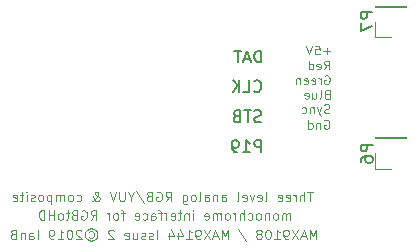
<source format=gbo>
G04 #@! TF.GenerationSoftware,KiCad,Pcbnew,(5.1.4)-1*
G04 #@! TF.CreationDate,2019-12-07T15:53:33+00:00*
G04 #@! TF.ProjectId,analog,616e616c-6f67-42e6-9b69-6361645f7063,rev?*
G04 #@! TF.SameCoordinates,Original*
G04 #@! TF.FileFunction,Legend,Bot*
G04 #@! TF.FilePolarity,Positive*
%FSLAX46Y46*%
G04 Gerber Fmt 4.6, Leading zero omitted, Abs format (unit mm)*
G04 Created by KiCad (PCBNEW (5.1.4)-1) date 2019-12-07 15:53:33*
%MOMM*%
%LPD*%
G04 APERTURE LIST*
%ADD10C,0.100000*%
%ADD11C,0.120000*%
%ADD12C,0.150000*%
G04 APERTURE END LIST*
D10*
X70909085Y-37681131D02*
X70337657Y-37681131D01*
X70623371Y-37966845D02*
X70623371Y-37395417D01*
X69623371Y-37216845D02*
X69980514Y-37216845D01*
X70016228Y-37573988D01*
X69980514Y-37538274D01*
X69909085Y-37502560D01*
X69730514Y-37502560D01*
X69659085Y-37538274D01*
X69623371Y-37573988D01*
X69587657Y-37645417D01*
X69587657Y-37823988D01*
X69623371Y-37895417D01*
X69659085Y-37931131D01*
X69730514Y-37966845D01*
X69909085Y-37966845D01*
X69980514Y-37931131D01*
X70016228Y-37895417D01*
X69373371Y-37216845D02*
X69123371Y-37966845D01*
X68873371Y-37216845D01*
D11*
X67530471Y-51946764D02*
X67530471Y-51413431D01*
X67530471Y-51489621D02*
X67492376Y-51451526D01*
X67416185Y-51413431D01*
X67301900Y-51413431D01*
X67225709Y-51451526D01*
X67187614Y-51527717D01*
X67187614Y-51946764D01*
X67187614Y-51527717D02*
X67149519Y-51451526D01*
X67073328Y-51413431D01*
X66959042Y-51413431D01*
X66882852Y-51451526D01*
X66844757Y-51527717D01*
X66844757Y-51946764D01*
X66349519Y-51946764D02*
X66425709Y-51908669D01*
X66463804Y-51870574D01*
X66501900Y-51794383D01*
X66501900Y-51565812D01*
X66463804Y-51489621D01*
X66425709Y-51451526D01*
X66349519Y-51413431D01*
X66235233Y-51413431D01*
X66159042Y-51451526D01*
X66120947Y-51489621D01*
X66082852Y-51565812D01*
X66082852Y-51794383D01*
X66120947Y-51870574D01*
X66159042Y-51908669D01*
X66235233Y-51946764D01*
X66349519Y-51946764D01*
X65739995Y-51413431D02*
X65739995Y-51946764D01*
X65739995Y-51489621D02*
X65701900Y-51451526D01*
X65625709Y-51413431D01*
X65511423Y-51413431D01*
X65435233Y-51451526D01*
X65397138Y-51527717D01*
X65397138Y-51946764D01*
X64901900Y-51946764D02*
X64978090Y-51908669D01*
X65016185Y-51870574D01*
X65054280Y-51794383D01*
X65054280Y-51565812D01*
X65016185Y-51489621D01*
X64978090Y-51451526D01*
X64901900Y-51413431D01*
X64787614Y-51413431D01*
X64711423Y-51451526D01*
X64673328Y-51489621D01*
X64635233Y-51565812D01*
X64635233Y-51794383D01*
X64673328Y-51870574D01*
X64711423Y-51908669D01*
X64787614Y-51946764D01*
X64901900Y-51946764D01*
X63949519Y-51908669D02*
X64025709Y-51946764D01*
X64178090Y-51946764D01*
X64254280Y-51908669D01*
X64292376Y-51870574D01*
X64330471Y-51794383D01*
X64330471Y-51565812D01*
X64292376Y-51489621D01*
X64254280Y-51451526D01*
X64178090Y-51413431D01*
X64025709Y-51413431D01*
X63949519Y-51451526D01*
X63606661Y-51946764D02*
X63606661Y-51146764D01*
X63263804Y-51946764D02*
X63263804Y-51527717D01*
X63301900Y-51451526D01*
X63378090Y-51413431D01*
X63492376Y-51413431D01*
X63568566Y-51451526D01*
X63606661Y-51489621D01*
X62882852Y-51946764D02*
X62882852Y-51413431D01*
X62882852Y-51565812D02*
X62844757Y-51489621D01*
X62806661Y-51451526D01*
X62730471Y-51413431D01*
X62654280Y-51413431D01*
X62273328Y-51946764D02*
X62349519Y-51908669D01*
X62387614Y-51870574D01*
X62425709Y-51794383D01*
X62425709Y-51565812D01*
X62387614Y-51489621D01*
X62349519Y-51451526D01*
X62273328Y-51413431D01*
X62159042Y-51413431D01*
X62082852Y-51451526D01*
X62044757Y-51489621D01*
X62006661Y-51565812D01*
X62006661Y-51794383D01*
X62044757Y-51870574D01*
X62082852Y-51908669D01*
X62159042Y-51946764D01*
X62273328Y-51946764D01*
X61663804Y-51946764D02*
X61663804Y-51413431D01*
X61663804Y-51489621D02*
X61625709Y-51451526D01*
X61549519Y-51413431D01*
X61435233Y-51413431D01*
X61359042Y-51451526D01*
X61320947Y-51527717D01*
X61320947Y-51946764D01*
X61320947Y-51527717D02*
X61282852Y-51451526D01*
X61206661Y-51413431D01*
X61092376Y-51413431D01*
X61016185Y-51451526D01*
X60978090Y-51527717D01*
X60978090Y-51946764D01*
X60292376Y-51908669D02*
X60368566Y-51946764D01*
X60520947Y-51946764D01*
X60597138Y-51908669D01*
X60635233Y-51832479D01*
X60635233Y-51527717D01*
X60597138Y-51451526D01*
X60520947Y-51413431D01*
X60368566Y-51413431D01*
X60292376Y-51451526D01*
X60254280Y-51527717D01*
X60254280Y-51603907D01*
X60635233Y-51680098D01*
X59301900Y-51946764D02*
X59301900Y-51413431D01*
X59301900Y-51146764D02*
X59339995Y-51184860D01*
X59301900Y-51222955D01*
X59263804Y-51184860D01*
X59301900Y-51146764D01*
X59301900Y-51222955D01*
X58920947Y-51413431D02*
X58920947Y-51946764D01*
X58920947Y-51489621D02*
X58882852Y-51451526D01*
X58806661Y-51413431D01*
X58692376Y-51413431D01*
X58616185Y-51451526D01*
X58578090Y-51527717D01*
X58578090Y-51946764D01*
X58311423Y-51413431D02*
X58006661Y-51413431D01*
X58197138Y-51146764D02*
X58197138Y-51832479D01*
X58159042Y-51908669D01*
X58082852Y-51946764D01*
X58006661Y-51946764D01*
X57435233Y-51908669D02*
X57511423Y-51946764D01*
X57663804Y-51946764D01*
X57739995Y-51908669D01*
X57778090Y-51832479D01*
X57778090Y-51527717D01*
X57739995Y-51451526D01*
X57663804Y-51413431D01*
X57511423Y-51413431D01*
X57435233Y-51451526D01*
X57397138Y-51527717D01*
X57397138Y-51603907D01*
X57778090Y-51680098D01*
X57054280Y-51946764D02*
X57054280Y-51413431D01*
X57054280Y-51565812D02*
X57016185Y-51489621D01*
X56978090Y-51451526D01*
X56901900Y-51413431D01*
X56825709Y-51413431D01*
X56673328Y-51413431D02*
X56368566Y-51413431D01*
X56559042Y-51946764D02*
X56559042Y-51261050D01*
X56520947Y-51184860D01*
X56444757Y-51146764D01*
X56368566Y-51146764D01*
X55759042Y-51946764D02*
X55759042Y-51527717D01*
X55797138Y-51451526D01*
X55873328Y-51413431D01*
X56025709Y-51413431D01*
X56101900Y-51451526D01*
X55759042Y-51908669D02*
X55835233Y-51946764D01*
X56025709Y-51946764D01*
X56101900Y-51908669D01*
X56139995Y-51832479D01*
X56139995Y-51756288D01*
X56101900Y-51680098D01*
X56025709Y-51642002D01*
X55835233Y-51642002D01*
X55759042Y-51603907D01*
X55035233Y-51908669D02*
X55111423Y-51946764D01*
X55263804Y-51946764D01*
X55339995Y-51908669D01*
X55378090Y-51870574D01*
X55416185Y-51794383D01*
X55416185Y-51565812D01*
X55378090Y-51489621D01*
X55339995Y-51451526D01*
X55263804Y-51413431D01*
X55111423Y-51413431D01*
X55035233Y-51451526D01*
X54387614Y-51908669D02*
X54463804Y-51946764D01*
X54616185Y-51946764D01*
X54692376Y-51908669D01*
X54730471Y-51832479D01*
X54730471Y-51527717D01*
X54692376Y-51451526D01*
X54616185Y-51413431D01*
X54463804Y-51413431D01*
X54387614Y-51451526D01*
X54349519Y-51527717D01*
X54349519Y-51603907D01*
X54730471Y-51680098D01*
X53511423Y-51413431D02*
X53206661Y-51413431D01*
X53397138Y-51946764D02*
X53397138Y-51261050D01*
X53359042Y-51184860D01*
X53282852Y-51146764D01*
X53206661Y-51146764D01*
X52825709Y-51946764D02*
X52901900Y-51908669D01*
X52939995Y-51870574D01*
X52978090Y-51794383D01*
X52978090Y-51565812D01*
X52939995Y-51489621D01*
X52901900Y-51451526D01*
X52825709Y-51413431D01*
X52711423Y-51413431D01*
X52635233Y-51451526D01*
X52597138Y-51489621D01*
X52559042Y-51565812D01*
X52559042Y-51794383D01*
X52597138Y-51870574D01*
X52635233Y-51908669D01*
X52711423Y-51946764D01*
X52825709Y-51946764D01*
X52216185Y-51946764D02*
X52216185Y-51413431D01*
X52216185Y-51565812D02*
X52178090Y-51489621D01*
X52139995Y-51451526D01*
X52063804Y-51413431D01*
X51987614Y-51413431D01*
X50654280Y-51946764D02*
X50920947Y-51565812D01*
X51111423Y-51946764D02*
X51111423Y-51146764D01*
X50806661Y-51146764D01*
X50730471Y-51184860D01*
X50692376Y-51222955D01*
X50654280Y-51299145D01*
X50654280Y-51413431D01*
X50692376Y-51489621D01*
X50730471Y-51527717D01*
X50806661Y-51565812D01*
X51111423Y-51565812D01*
X49892376Y-51184860D02*
X49968566Y-51146764D01*
X50082852Y-51146764D01*
X50197138Y-51184860D01*
X50273328Y-51261050D01*
X50311423Y-51337240D01*
X50349519Y-51489621D01*
X50349519Y-51603907D01*
X50311423Y-51756288D01*
X50273328Y-51832479D01*
X50197138Y-51908669D01*
X50082852Y-51946764D01*
X50006661Y-51946764D01*
X49892376Y-51908669D01*
X49854280Y-51870574D01*
X49854280Y-51603907D01*
X50006661Y-51603907D01*
X49244757Y-51527717D02*
X49130471Y-51565812D01*
X49092376Y-51603907D01*
X49054280Y-51680098D01*
X49054280Y-51794383D01*
X49092376Y-51870574D01*
X49130471Y-51908669D01*
X49206661Y-51946764D01*
X49511423Y-51946764D01*
X49511423Y-51146764D01*
X49244757Y-51146764D01*
X49168566Y-51184860D01*
X49130471Y-51222955D01*
X49092376Y-51299145D01*
X49092376Y-51375336D01*
X49130471Y-51451526D01*
X49168566Y-51489621D01*
X49244757Y-51527717D01*
X49511423Y-51527717D01*
X48825709Y-51413431D02*
X48520947Y-51413431D01*
X48711423Y-51146764D02*
X48711423Y-51832479D01*
X48673328Y-51908669D01*
X48597138Y-51946764D01*
X48520947Y-51946764D01*
X48139995Y-51946764D02*
X48216185Y-51908669D01*
X48254280Y-51870574D01*
X48292376Y-51794383D01*
X48292376Y-51565812D01*
X48254280Y-51489621D01*
X48216185Y-51451526D01*
X48139995Y-51413431D01*
X48025709Y-51413431D01*
X47949519Y-51451526D01*
X47911423Y-51489621D01*
X47873328Y-51565812D01*
X47873328Y-51794383D01*
X47911423Y-51870574D01*
X47949519Y-51908669D01*
X48025709Y-51946764D01*
X48139995Y-51946764D01*
X47530471Y-51946764D02*
X47530471Y-51146764D01*
X47530471Y-51527717D02*
X47073328Y-51527717D01*
X47073328Y-51946764D02*
X47073328Y-51146764D01*
X46692376Y-51946764D02*
X46692376Y-51146764D01*
X46501900Y-51146764D01*
X46387614Y-51184860D01*
X46311423Y-51261050D01*
X46273328Y-51337240D01*
X46235233Y-51489621D01*
X46235233Y-51603907D01*
X46273328Y-51756288D01*
X46311423Y-51832479D01*
X46387614Y-51908669D01*
X46501900Y-51946764D01*
X46692376Y-51946764D01*
X69441557Y-49571964D02*
X68984414Y-49571964D01*
X69212985Y-50371964D02*
X69212985Y-49571964D01*
X68717747Y-50371964D02*
X68717747Y-49571964D01*
X68374890Y-50371964D02*
X68374890Y-49952917D01*
X68412985Y-49876726D01*
X68489176Y-49838631D01*
X68603461Y-49838631D01*
X68679652Y-49876726D01*
X68717747Y-49914821D01*
X67993938Y-50371964D02*
X67993938Y-49838631D01*
X67993938Y-49991012D02*
X67955842Y-49914821D01*
X67917747Y-49876726D01*
X67841557Y-49838631D01*
X67765366Y-49838631D01*
X67193938Y-50333869D02*
X67270128Y-50371964D01*
X67422509Y-50371964D01*
X67498700Y-50333869D01*
X67536795Y-50257679D01*
X67536795Y-49952917D01*
X67498700Y-49876726D01*
X67422509Y-49838631D01*
X67270128Y-49838631D01*
X67193938Y-49876726D01*
X67155842Y-49952917D01*
X67155842Y-50029107D01*
X67536795Y-50105298D01*
X66508223Y-50333869D02*
X66584414Y-50371964D01*
X66736795Y-50371964D01*
X66812985Y-50333869D01*
X66851080Y-50257679D01*
X66851080Y-49952917D01*
X66812985Y-49876726D01*
X66736795Y-49838631D01*
X66584414Y-49838631D01*
X66508223Y-49876726D01*
X66470128Y-49952917D01*
X66470128Y-50029107D01*
X66851080Y-50105298D01*
X65403461Y-50371964D02*
X65479652Y-50333869D01*
X65517747Y-50257679D01*
X65517747Y-49571964D01*
X64793938Y-50333869D02*
X64870128Y-50371964D01*
X65022509Y-50371964D01*
X65098700Y-50333869D01*
X65136795Y-50257679D01*
X65136795Y-49952917D01*
X65098700Y-49876726D01*
X65022509Y-49838631D01*
X64870128Y-49838631D01*
X64793938Y-49876726D01*
X64755842Y-49952917D01*
X64755842Y-50029107D01*
X65136795Y-50105298D01*
X64489176Y-49838631D02*
X64298700Y-50371964D01*
X64108223Y-49838631D01*
X63498700Y-50333869D02*
X63574890Y-50371964D01*
X63727271Y-50371964D01*
X63803461Y-50333869D01*
X63841557Y-50257679D01*
X63841557Y-49952917D01*
X63803461Y-49876726D01*
X63727271Y-49838631D01*
X63574890Y-49838631D01*
X63498700Y-49876726D01*
X63460604Y-49952917D01*
X63460604Y-50029107D01*
X63841557Y-50105298D01*
X63003461Y-50371964D02*
X63079652Y-50333869D01*
X63117747Y-50257679D01*
X63117747Y-49571964D01*
X61746319Y-50371964D02*
X61746319Y-49952917D01*
X61784414Y-49876726D01*
X61860604Y-49838631D01*
X62012985Y-49838631D01*
X62089176Y-49876726D01*
X61746319Y-50333869D02*
X61822509Y-50371964D01*
X62012985Y-50371964D01*
X62089176Y-50333869D01*
X62127271Y-50257679D01*
X62127271Y-50181488D01*
X62089176Y-50105298D01*
X62012985Y-50067202D01*
X61822509Y-50067202D01*
X61746319Y-50029107D01*
X61365366Y-49838631D02*
X61365366Y-50371964D01*
X61365366Y-49914821D02*
X61327271Y-49876726D01*
X61251080Y-49838631D01*
X61136795Y-49838631D01*
X61060604Y-49876726D01*
X61022509Y-49952917D01*
X61022509Y-50371964D01*
X60298700Y-50371964D02*
X60298700Y-49952917D01*
X60336795Y-49876726D01*
X60412985Y-49838631D01*
X60565366Y-49838631D01*
X60641557Y-49876726D01*
X60298700Y-50333869D02*
X60374890Y-50371964D01*
X60565366Y-50371964D01*
X60641557Y-50333869D01*
X60679652Y-50257679D01*
X60679652Y-50181488D01*
X60641557Y-50105298D01*
X60565366Y-50067202D01*
X60374890Y-50067202D01*
X60298700Y-50029107D01*
X59803461Y-50371964D02*
X59879652Y-50333869D01*
X59917747Y-50257679D01*
X59917747Y-49571964D01*
X59384414Y-50371964D02*
X59460604Y-50333869D01*
X59498700Y-50295774D01*
X59536795Y-50219583D01*
X59536795Y-49991012D01*
X59498700Y-49914821D01*
X59460604Y-49876726D01*
X59384414Y-49838631D01*
X59270128Y-49838631D01*
X59193938Y-49876726D01*
X59155842Y-49914821D01*
X59117747Y-49991012D01*
X59117747Y-50219583D01*
X59155842Y-50295774D01*
X59193938Y-50333869D01*
X59270128Y-50371964D01*
X59384414Y-50371964D01*
X58432033Y-49838631D02*
X58432033Y-50486250D01*
X58470128Y-50562440D01*
X58508223Y-50600536D01*
X58584414Y-50638631D01*
X58698700Y-50638631D01*
X58774890Y-50600536D01*
X58432033Y-50333869D02*
X58508223Y-50371964D01*
X58660604Y-50371964D01*
X58736795Y-50333869D01*
X58774890Y-50295774D01*
X58812985Y-50219583D01*
X58812985Y-49991012D01*
X58774890Y-49914821D01*
X58736795Y-49876726D01*
X58660604Y-49838631D01*
X58508223Y-49838631D01*
X58432033Y-49876726D01*
X56984414Y-50371964D02*
X57251080Y-49991012D01*
X57441557Y-50371964D02*
X57441557Y-49571964D01*
X57136795Y-49571964D01*
X57060604Y-49610060D01*
X57022509Y-49648155D01*
X56984414Y-49724345D01*
X56984414Y-49838631D01*
X57022509Y-49914821D01*
X57060604Y-49952917D01*
X57136795Y-49991012D01*
X57441557Y-49991012D01*
X56222509Y-49610060D02*
X56298700Y-49571964D01*
X56412985Y-49571964D01*
X56527271Y-49610060D01*
X56603461Y-49686250D01*
X56641557Y-49762440D01*
X56679652Y-49914821D01*
X56679652Y-50029107D01*
X56641557Y-50181488D01*
X56603461Y-50257679D01*
X56527271Y-50333869D01*
X56412985Y-50371964D01*
X56336795Y-50371964D01*
X56222509Y-50333869D01*
X56184414Y-50295774D01*
X56184414Y-50029107D01*
X56336795Y-50029107D01*
X55574890Y-49952917D02*
X55460604Y-49991012D01*
X55422509Y-50029107D01*
X55384414Y-50105298D01*
X55384414Y-50219583D01*
X55422509Y-50295774D01*
X55460604Y-50333869D01*
X55536795Y-50371964D01*
X55841557Y-50371964D01*
X55841557Y-49571964D01*
X55574890Y-49571964D01*
X55498700Y-49610060D01*
X55460604Y-49648155D01*
X55422509Y-49724345D01*
X55422509Y-49800536D01*
X55460604Y-49876726D01*
X55498700Y-49914821D01*
X55574890Y-49952917D01*
X55841557Y-49952917D01*
X54470128Y-49533869D02*
X55155842Y-50562440D01*
X54051080Y-49991012D02*
X54051080Y-50371964D01*
X54317747Y-49571964D02*
X54051080Y-49991012D01*
X53784414Y-49571964D01*
X53517747Y-49571964D02*
X53517747Y-50219583D01*
X53479652Y-50295774D01*
X53441557Y-50333869D01*
X53365366Y-50371964D01*
X53212985Y-50371964D01*
X53136795Y-50333869D01*
X53098700Y-50295774D01*
X53060604Y-50219583D01*
X53060604Y-49571964D01*
X52793938Y-49571964D02*
X52527271Y-50371964D01*
X52260604Y-49571964D01*
X50736795Y-50371964D02*
X50774890Y-50371964D01*
X50851080Y-50333869D01*
X50965366Y-50219583D01*
X51155842Y-49991012D01*
X51232033Y-49876726D01*
X51270128Y-49762440D01*
X51270128Y-49686250D01*
X51232033Y-49610060D01*
X51155842Y-49571964D01*
X51117747Y-49571964D01*
X51041557Y-49610060D01*
X51003461Y-49686250D01*
X51003461Y-49724345D01*
X51041557Y-49800536D01*
X51079652Y-49838631D01*
X51308223Y-49991012D01*
X51346319Y-50029107D01*
X51384414Y-50105298D01*
X51384414Y-50219583D01*
X51346319Y-50295774D01*
X51308223Y-50333869D01*
X51232033Y-50371964D01*
X51117747Y-50371964D01*
X51041557Y-50333869D01*
X51003461Y-50295774D01*
X50889176Y-50143393D01*
X50851080Y-50029107D01*
X50851080Y-49952917D01*
X49441557Y-50333869D02*
X49517747Y-50371964D01*
X49670128Y-50371964D01*
X49746319Y-50333869D01*
X49784414Y-50295774D01*
X49822509Y-50219583D01*
X49822509Y-49991012D01*
X49784414Y-49914821D01*
X49746319Y-49876726D01*
X49670128Y-49838631D01*
X49517747Y-49838631D01*
X49441557Y-49876726D01*
X48984414Y-50371964D02*
X49060604Y-50333869D01*
X49098700Y-50295774D01*
X49136795Y-50219583D01*
X49136795Y-49991012D01*
X49098700Y-49914821D01*
X49060604Y-49876726D01*
X48984414Y-49838631D01*
X48870128Y-49838631D01*
X48793938Y-49876726D01*
X48755842Y-49914821D01*
X48717747Y-49991012D01*
X48717747Y-50219583D01*
X48755842Y-50295774D01*
X48793938Y-50333869D01*
X48870128Y-50371964D01*
X48984414Y-50371964D01*
X48374890Y-50371964D02*
X48374890Y-49838631D01*
X48374890Y-49914821D02*
X48336795Y-49876726D01*
X48260604Y-49838631D01*
X48146319Y-49838631D01*
X48070128Y-49876726D01*
X48032033Y-49952917D01*
X48032033Y-50371964D01*
X48032033Y-49952917D02*
X47993938Y-49876726D01*
X47917747Y-49838631D01*
X47803461Y-49838631D01*
X47727271Y-49876726D01*
X47689176Y-49952917D01*
X47689176Y-50371964D01*
X47308223Y-49838631D02*
X47308223Y-50638631D01*
X47308223Y-49876726D02*
X47232033Y-49838631D01*
X47079652Y-49838631D01*
X47003461Y-49876726D01*
X46965366Y-49914821D01*
X46927271Y-49991012D01*
X46927271Y-50219583D01*
X46965366Y-50295774D01*
X47003461Y-50333869D01*
X47079652Y-50371964D01*
X47232033Y-50371964D01*
X47308223Y-50333869D01*
X46470128Y-50371964D02*
X46546319Y-50333869D01*
X46584414Y-50295774D01*
X46622509Y-50219583D01*
X46622509Y-49991012D01*
X46584414Y-49914821D01*
X46546319Y-49876726D01*
X46470128Y-49838631D01*
X46355842Y-49838631D01*
X46279652Y-49876726D01*
X46241557Y-49914821D01*
X46203461Y-49991012D01*
X46203461Y-50219583D01*
X46241557Y-50295774D01*
X46279652Y-50333869D01*
X46355842Y-50371964D01*
X46470128Y-50371964D01*
X45898700Y-50333869D02*
X45822509Y-50371964D01*
X45670128Y-50371964D01*
X45593938Y-50333869D01*
X45555842Y-50257679D01*
X45555842Y-50219583D01*
X45593938Y-50143393D01*
X45670128Y-50105298D01*
X45784414Y-50105298D01*
X45860604Y-50067202D01*
X45898700Y-49991012D01*
X45898700Y-49952917D01*
X45860604Y-49876726D01*
X45784414Y-49838631D01*
X45670128Y-49838631D01*
X45593938Y-49876726D01*
X45212985Y-50371964D02*
X45212985Y-49838631D01*
X45212985Y-49571964D02*
X45251080Y-49610060D01*
X45212985Y-49648155D01*
X45174890Y-49610060D01*
X45212985Y-49571964D01*
X45212985Y-49648155D01*
X44946319Y-49838631D02*
X44641557Y-49838631D01*
X44832033Y-49571964D02*
X44832033Y-50257679D01*
X44793938Y-50333869D01*
X44717747Y-50371964D01*
X44641557Y-50371964D01*
X44070128Y-50333869D02*
X44146319Y-50371964D01*
X44298700Y-50371964D01*
X44374890Y-50333869D01*
X44412985Y-50257679D01*
X44412985Y-49952917D01*
X44374890Y-49876726D01*
X44298700Y-49838631D01*
X44146319Y-49838631D01*
X44070128Y-49876726D01*
X44032033Y-49952917D01*
X44032033Y-50029107D01*
X44412985Y-50105298D01*
D12*
X65063085Y-46233340D02*
X65063085Y-45233340D01*
X64682133Y-45233340D01*
X64586895Y-45280960D01*
X64539276Y-45328579D01*
X64491657Y-45423817D01*
X64491657Y-45566674D01*
X64539276Y-45661912D01*
X64586895Y-45709531D01*
X64682133Y-45757150D01*
X65063085Y-45757150D01*
X63539276Y-46233340D02*
X64110704Y-46233340D01*
X63824990Y-46233340D02*
X63824990Y-45233340D01*
X63920228Y-45376198D01*
X64015466Y-45471436D01*
X64110704Y-45519055D01*
X63063085Y-46233340D02*
X62872609Y-46233340D01*
X62777371Y-46185721D01*
X62729752Y-46138102D01*
X62634514Y-45995245D01*
X62586895Y-45804769D01*
X62586895Y-45423817D01*
X62634514Y-45328579D01*
X62682133Y-45280960D01*
X62777371Y-45233340D01*
X62967847Y-45233340D01*
X63063085Y-45280960D01*
X63110704Y-45328579D01*
X63158323Y-45423817D01*
X63158323Y-45661912D01*
X63110704Y-45757150D01*
X63063085Y-45804769D01*
X62967847Y-45852388D01*
X62777371Y-45852388D01*
X62682133Y-45804769D01*
X62634514Y-45757150D01*
X62586895Y-45661912D01*
D11*
X69727285Y-53597764D02*
X69727285Y-52797764D01*
X69460619Y-53369193D01*
X69193952Y-52797764D01*
X69193952Y-53597764D01*
X68851095Y-53369193D02*
X68470142Y-53369193D01*
X68927285Y-53597764D02*
X68660619Y-52797764D01*
X68393952Y-53597764D01*
X68203476Y-52797764D02*
X67670142Y-53597764D01*
X67670142Y-52797764D02*
X68203476Y-53597764D01*
X67327285Y-53597764D02*
X67174904Y-53597764D01*
X67098714Y-53559669D01*
X67060619Y-53521574D01*
X66984428Y-53407288D01*
X66946333Y-53254907D01*
X66946333Y-52950145D01*
X66984428Y-52873955D01*
X67022523Y-52835860D01*
X67098714Y-52797764D01*
X67251095Y-52797764D01*
X67327285Y-52835860D01*
X67365380Y-52873955D01*
X67403476Y-52950145D01*
X67403476Y-53140621D01*
X67365380Y-53216812D01*
X67327285Y-53254907D01*
X67251095Y-53293002D01*
X67098714Y-53293002D01*
X67022523Y-53254907D01*
X66984428Y-53216812D01*
X66946333Y-53140621D01*
X66184428Y-53597764D02*
X66641571Y-53597764D01*
X66413000Y-53597764D02*
X66413000Y-52797764D01*
X66489190Y-52912050D01*
X66565380Y-52988240D01*
X66641571Y-53026336D01*
X65689190Y-52797764D02*
X65613000Y-52797764D01*
X65536809Y-52835860D01*
X65498714Y-52873955D01*
X65460619Y-52950145D01*
X65422523Y-53102526D01*
X65422523Y-53293002D01*
X65460619Y-53445383D01*
X65498714Y-53521574D01*
X65536809Y-53559669D01*
X65613000Y-53597764D01*
X65689190Y-53597764D01*
X65765380Y-53559669D01*
X65803476Y-53521574D01*
X65841571Y-53445383D01*
X65879666Y-53293002D01*
X65879666Y-53102526D01*
X65841571Y-52950145D01*
X65803476Y-52873955D01*
X65765380Y-52835860D01*
X65689190Y-52797764D01*
X64965380Y-53140621D02*
X65041571Y-53102526D01*
X65079666Y-53064431D01*
X65117761Y-52988240D01*
X65117761Y-52950145D01*
X65079666Y-52873955D01*
X65041571Y-52835860D01*
X64965380Y-52797764D01*
X64813000Y-52797764D01*
X64736809Y-52835860D01*
X64698714Y-52873955D01*
X64660619Y-52950145D01*
X64660619Y-52988240D01*
X64698714Y-53064431D01*
X64736809Y-53102526D01*
X64813000Y-53140621D01*
X64965380Y-53140621D01*
X65041571Y-53178717D01*
X65079666Y-53216812D01*
X65117761Y-53293002D01*
X65117761Y-53445383D01*
X65079666Y-53521574D01*
X65041571Y-53559669D01*
X64965380Y-53597764D01*
X64813000Y-53597764D01*
X64736809Y-53559669D01*
X64698714Y-53521574D01*
X64660619Y-53445383D01*
X64660619Y-53293002D01*
X64698714Y-53216812D01*
X64736809Y-53178717D01*
X64813000Y-53140621D01*
X63136809Y-52759669D02*
X63822523Y-53788240D01*
X62260619Y-53597764D02*
X62260619Y-52797764D01*
X61993952Y-53369193D01*
X61727285Y-52797764D01*
X61727285Y-53597764D01*
X61384428Y-53369193D02*
X61003476Y-53369193D01*
X61460619Y-53597764D02*
X61193952Y-52797764D01*
X60927285Y-53597764D01*
X60736809Y-52797764D02*
X60203476Y-53597764D01*
X60203476Y-52797764D02*
X60736809Y-53597764D01*
X59860619Y-53597764D02*
X59708238Y-53597764D01*
X59632047Y-53559669D01*
X59593952Y-53521574D01*
X59517761Y-53407288D01*
X59479666Y-53254907D01*
X59479666Y-52950145D01*
X59517761Y-52873955D01*
X59555857Y-52835860D01*
X59632047Y-52797764D01*
X59784428Y-52797764D01*
X59860619Y-52835860D01*
X59898714Y-52873955D01*
X59936809Y-52950145D01*
X59936809Y-53140621D01*
X59898714Y-53216812D01*
X59860619Y-53254907D01*
X59784428Y-53293002D01*
X59632047Y-53293002D01*
X59555857Y-53254907D01*
X59517761Y-53216812D01*
X59479666Y-53140621D01*
X58717761Y-53597764D02*
X59174904Y-53597764D01*
X58946333Y-53597764D02*
X58946333Y-52797764D01*
X59022523Y-52912050D01*
X59098714Y-52988240D01*
X59174904Y-53026336D01*
X58032047Y-53064431D02*
X58032047Y-53597764D01*
X58222523Y-52759669D02*
X58413000Y-53331098D01*
X57917761Y-53331098D01*
X57270142Y-53064431D02*
X57270142Y-53597764D01*
X57460619Y-52759669D02*
X57651095Y-53331098D01*
X57155857Y-53331098D01*
X56241571Y-53597764D02*
X56241571Y-52797764D01*
X55898714Y-53559669D02*
X55822523Y-53597764D01*
X55670142Y-53597764D01*
X55593952Y-53559669D01*
X55555857Y-53483479D01*
X55555857Y-53445383D01*
X55593952Y-53369193D01*
X55670142Y-53331098D01*
X55784428Y-53331098D01*
X55860619Y-53293002D01*
X55898714Y-53216812D01*
X55898714Y-53178717D01*
X55860619Y-53102526D01*
X55784428Y-53064431D01*
X55670142Y-53064431D01*
X55593952Y-53102526D01*
X55251095Y-53559669D02*
X55174904Y-53597764D01*
X55022523Y-53597764D01*
X54946333Y-53559669D01*
X54908238Y-53483479D01*
X54908238Y-53445383D01*
X54946333Y-53369193D01*
X55022523Y-53331098D01*
X55136809Y-53331098D01*
X55213000Y-53293002D01*
X55251095Y-53216812D01*
X55251095Y-53178717D01*
X55213000Y-53102526D01*
X55136809Y-53064431D01*
X55022523Y-53064431D01*
X54946333Y-53102526D01*
X54222523Y-53064431D02*
X54222523Y-53597764D01*
X54565380Y-53064431D02*
X54565380Y-53483479D01*
X54527285Y-53559669D01*
X54451095Y-53597764D01*
X54336809Y-53597764D01*
X54260619Y-53559669D01*
X54222523Y-53521574D01*
X53536809Y-53559669D02*
X53613000Y-53597764D01*
X53765380Y-53597764D01*
X53841571Y-53559669D01*
X53879666Y-53483479D01*
X53879666Y-53178717D01*
X53841571Y-53102526D01*
X53765380Y-53064431D01*
X53613000Y-53064431D01*
X53536809Y-53102526D01*
X53498714Y-53178717D01*
X53498714Y-53254907D01*
X53879666Y-53331098D01*
X52584428Y-52873955D02*
X52546333Y-52835860D01*
X52470142Y-52797764D01*
X52279666Y-52797764D01*
X52203476Y-52835860D01*
X52165380Y-52873955D01*
X52127285Y-52950145D01*
X52127285Y-53026336D01*
X52165380Y-53140621D01*
X52622523Y-53597764D01*
X52127285Y-53597764D01*
X50527285Y-52988240D02*
X50603476Y-52950145D01*
X50755857Y-52950145D01*
X50832047Y-52988240D01*
X50908238Y-53064431D01*
X50946333Y-53140621D01*
X50946333Y-53293002D01*
X50908238Y-53369193D01*
X50832047Y-53445383D01*
X50755857Y-53483479D01*
X50603476Y-53483479D01*
X50527285Y-53445383D01*
X50679666Y-52683479D02*
X50870142Y-52721574D01*
X51060619Y-52835860D01*
X51174904Y-53026336D01*
X51213000Y-53216812D01*
X51174904Y-53407288D01*
X51060619Y-53597764D01*
X50870142Y-53712050D01*
X50679666Y-53750145D01*
X50489190Y-53712050D01*
X50298714Y-53597764D01*
X50184428Y-53407288D01*
X50146333Y-53216812D01*
X50184428Y-53026336D01*
X50298714Y-52835860D01*
X50489190Y-52721574D01*
X50679666Y-52683479D01*
X49841571Y-52873955D02*
X49803476Y-52835860D01*
X49727285Y-52797764D01*
X49536809Y-52797764D01*
X49460619Y-52835860D01*
X49422523Y-52873955D01*
X49384428Y-52950145D01*
X49384428Y-53026336D01*
X49422523Y-53140621D01*
X49879666Y-53597764D01*
X49384428Y-53597764D01*
X48889190Y-52797764D02*
X48813000Y-52797764D01*
X48736809Y-52835860D01*
X48698714Y-52873955D01*
X48660619Y-52950145D01*
X48622523Y-53102526D01*
X48622523Y-53293002D01*
X48660619Y-53445383D01*
X48698714Y-53521574D01*
X48736809Y-53559669D01*
X48813000Y-53597764D01*
X48889190Y-53597764D01*
X48965380Y-53559669D01*
X49003476Y-53521574D01*
X49041571Y-53445383D01*
X49079666Y-53293002D01*
X49079666Y-53102526D01*
X49041571Y-52950145D01*
X49003476Y-52873955D01*
X48965380Y-52835860D01*
X48889190Y-52797764D01*
X47860619Y-53597764D02*
X48317761Y-53597764D01*
X48089190Y-53597764D02*
X48089190Y-52797764D01*
X48165380Y-52912050D01*
X48241571Y-52988240D01*
X48317761Y-53026336D01*
X47479666Y-53597764D02*
X47327285Y-53597764D01*
X47251095Y-53559669D01*
X47213000Y-53521574D01*
X47136809Y-53407288D01*
X47098714Y-53254907D01*
X47098714Y-52950145D01*
X47136809Y-52873955D01*
X47174904Y-52835860D01*
X47251095Y-52797764D01*
X47403476Y-52797764D01*
X47479666Y-52835860D01*
X47517761Y-52873955D01*
X47555857Y-52950145D01*
X47555857Y-53140621D01*
X47517761Y-53216812D01*
X47479666Y-53254907D01*
X47403476Y-53293002D01*
X47251095Y-53293002D01*
X47174904Y-53254907D01*
X47136809Y-53216812D01*
X47098714Y-53140621D01*
X46146333Y-53597764D02*
X46146333Y-52797764D01*
X45422523Y-53597764D02*
X45422523Y-53178717D01*
X45460619Y-53102526D01*
X45536809Y-53064431D01*
X45689190Y-53064431D01*
X45765380Y-53102526D01*
X45422523Y-53559669D02*
X45498714Y-53597764D01*
X45689190Y-53597764D01*
X45765380Y-53559669D01*
X45803476Y-53483479D01*
X45803476Y-53407288D01*
X45765380Y-53331098D01*
X45689190Y-53293002D01*
X45498714Y-53293002D01*
X45422523Y-53254907D01*
X45041571Y-53064431D02*
X45041571Y-53597764D01*
X45041571Y-53140621D02*
X45003476Y-53102526D01*
X44927285Y-53064431D01*
X44813000Y-53064431D01*
X44736809Y-53102526D01*
X44698714Y-53178717D01*
X44698714Y-53597764D01*
X44051095Y-53178717D02*
X43936809Y-53216812D01*
X43898714Y-53254907D01*
X43860619Y-53331098D01*
X43860619Y-53445383D01*
X43898714Y-53521574D01*
X43936809Y-53559669D01*
X44013000Y-53597764D01*
X44317761Y-53597764D01*
X44317761Y-52797764D01*
X44051095Y-52797764D01*
X43974904Y-52835860D01*
X43936809Y-52873955D01*
X43898714Y-52950145D01*
X43898714Y-53026336D01*
X43936809Y-53102526D01*
X43974904Y-53140621D01*
X44051095Y-53178717D01*
X44317761Y-53178717D01*
D10*
X70426942Y-43551760D02*
X70498371Y-43516045D01*
X70605514Y-43516045D01*
X70712657Y-43551760D01*
X70784085Y-43623188D01*
X70819800Y-43694617D01*
X70855514Y-43837474D01*
X70855514Y-43944617D01*
X70819800Y-44087474D01*
X70784085Y-44158902D01*
X70712657Y-44230331D01*
X70605514Y-44266045D01*
X70534085Y-44266045D01*
X70426942Y-44230331D01*
X70391228Y-44194617D01*
X70391228Y-43944617D01*
X70534085Y-43944617D01*
X70069800Y-43766045D02*
X70069800Y-44266045D01*
X70069800Y-43837474D02*
X70034085Y-43801760D01*
X69962657Y-43766045D01*
X69855514Y-43766045D01*
X69784085Y-43801760D01*
X69748371Y-43873188D01*
X69748371Y-44266045D01*
X69069800Y-44266045D02*
X69069800Y-43516045D01*
X69069800Y-44230331D02*
X69141228Y-44266045D01*
X69284085Y-44266045D01*
X69355514Y-44230331D01*
X69391228Y-44194617D01*
X69426942Y-44123188D01*
X69426942Y-43908902D01*
X69391228Y-43837474D01*
X69355514Y-43801760D01*
X69284085Y-43766045D01*
X69141228Y-43766045D01*
X69069800Y-43801760D01*
X70851514Y-42909531D02*
X70744371Y-42945245D01*
X70565800Y-42945245D01*
X70494371Y-42909531D01*
X70458657Y-42873817D01*
X70422942Y-42802388D01*
X70422942Y-42730960D01*
X70458657Y-42659531D01*
X70494371Y-42623817D01*
X70565800Y-42588102D01*
X70708657Y-42552388D01*
X70780085Y-42516674D01*
X70815800Y-42480960D01*
X70851514Y-42409531D01*
X70851514Y-42338102D01*
X70815800Y-42266674D01*
X70780085Y-42230960D01*
X70708657Y-42195245D01*
X70530085Y-42195245D01*
X70422942Y-42230960D01*
X70172942Y-42445245D02*
X69994371Y-42945245D01*
X69815800Y-42445245D02*
X69994371Y-42945245D01*
X70065800Y-43123817D01*
X70101514Y-43159531D01*
X70172942Y-43195245D01*
X69530085Y-42445245D02*
X69530085Y-42945245D01*
X69530085Y-42516674D02*
X69494371Y-42480960D01*
X69422942Y-42445245D01*
X69315800Y-42445245D01*
X69244371Y-42480960D01*
X69208657Y-42552388D01*
X69208657Y-42945245D01*
X68530085Y-42909531D02*
X68601514Y-42945245D01*
X68744371Y-42945245D01*
X68815800Y-42909531D01*
X68851514Y-42873817D01*
X68887228Y-42802388D01*
X68887228Y-42588102D01*
X68851514Y-42516674D01*
X68815800Y-42480960D01*
X68744371Y-42445245D01*
X68601514Y-42445245D01*
X68530085Y-42480960D01*
X70398771Y-39236845D02*
X70648771Y-38879702D01*
X70827342Y-39236845D02*
X70827342Y-38486845D01*
X70541628Y-38486845D01*
X70470200Y-38522560D01*
X70434485Y-38558274D01*
X70398771Y-38629702D01*
X70398771Y-38736845D01*
X70434485Y-38808274D01*
X70470200Y-38843988D01*
X70541628Y-38879702D01*
X70827342Y-38879702D01*
X69791628Y-39201131D02*
X69863057Y-39236845D01*
X70005914Y-39236845D01*
X70077342Y-39201131D01*
X70113057Y-39129702D01*
X70113057Y-38843988D01*
X70077342Y-38772560D01*
X70005914Y-38736845D01*
X69863057Y-38736845D01*
X69791628Y-38772560D01*
X69755914Y-38843988D01*
X69755914Y-38915417D01*
X70113057Y-38986845D01*
X69113057Y-39236845D02*
X69113057Y-38486845D01*
X69113057Y-39201131D02*
X69184485Y-39236845D01*
X69327342Y-39236845D01*
X69398771Y-39201131D01*
X69434485Y-39165417D01*
X69470200Y-39093988D01*
X69470200Y-38879702D01*
X69434485Y-38808274D01*
X69398771Y-38772560D01*
X69327342Y-38736845D01*
X69184485Y-38736845D01*
X69113057Y-38772560D01*
X70454657Y-39767160D02*
X70526085Y-39731445D01*
X70633228Y-39731445D01*
X70740371Y-39767160D01*
X70811800Y-39838588D01*
X70847514Y-39910017D01*
X70883228Y-40052874D01*
X70883228Y-40160017D01*
X70847514Y-40302874D01*
X70811800Y-40374302D01*
X70740371Y-40445731D01*
X70633228Y-40481445D01*
X70561800Y-40481445D01*
X70454657Y-40445731D01*
X70418942Y-40410017D01*
X70418942Y-40160017D01*
X70561800Y-40160017D01*
X70097514Y-40481445D02*
X70097514Y-39981445D01*
X70097514Y-40124302D02*
X70061800Y-40052874D01*
X70026085Y-40017160D01*
X69954657Y-39981445D01*
X69883228Y-39981445D01*
X69347514Y-40445731D02*
X69418942Y-40481445D01*
X69561800Y-40481445D01*
X69633228Y-40445731D01*
X69668942Y-40374302D01*
X69668942Y-40088588D01*
X69633228Y-40017160D01*
X69561800Y-39981445D01*
X69418942Y-39981445D01*
X69347514Y-40017160D01*
X69311800Y-40088588D01*
X69311800Y-40160017D01*
X69668942Y-40231445D01*
X68704657Y-40445731D02*
X68776085Y-40481445D01*
X68918942Y-40481445D01*
X68990371Y-40445731D01*
X69026085Y-40374302D01*
X69026085Y-40088588D01*
X68990371Y-40017160D01*
X68918942Y-39981445D01*
X68776085Y-39981445D01*
X68704657Y-40017160D01*
X68668942Y-40088588D01*
X68668942Y-40160017D01*
X69026085Y-40231445D01*
X68347514Y-39981445D02*
X68347514Y-40481445D01*
X68347514Y-40052874D02*
X68311800Y-40017160D01*
X68240371Y-39981445D01*
X68133228Y-39981445D01*
X68061800Y-40017160D01*
X68026085Y-40088588D01*
X68026085Y-40481445D01*
X70621371Y-41307788D02*
X70514228Y-41343502D01*
X70478514Y-41379217D01*
X70442800Y-41450645D01*
X70442800Y-41557788D01*
X70478514Y-41629217D01*
X70514228Y-41664931D01*
X70585657Y-41700645D01*
X70871371Y-41700645D01*
X70871371Y-40950645D01*
X70621371Y-40950645D01*
X70549942Y-40986360D01*
X70514228Y-41022074D01*
X70478514Y-41093502D01*
X70478514Y-41164931D01*
X70514228Y-41236360D01*
X70549942Y-41272074D01*
X70621371Y-41307788D01*
X70871371Y-41307788D01*
X70014228Y-41700645D02*
X70085657Y-41664931D01*
X70121371Y-41593502D01*
X70121371Y-40950645D01*
X69407085Y-41200645D02*
X69407085Y-41700645D01*
X69728514Y-41200645D02*
X69728514Y-41593502D01*
X69692800Y-41664931D01*
X69621371Y-41700645D01*
X69514228Y-41700645D01*
X69442800Y-41664931D01*
X69407085Y-41629217D01*
X68764228Y-41664931D02*
X68835657Y-41700645D01*
X68978514Y-41700645D01*
X69049942Y-41664931D01*
X69085657Y-41593502D01*
X69085657Y-41307788D01*
X69049942Y-41236360D01*
X68978514Y-41200645D01*
X68835657Y-41200645D01*
X68764228Y-41236360D01*
X68728514Y-41307788D01*
X68728514Y-41379217D01*
X69085657Y-41450645D01*
D12*
X65066266Y-43645721D02*
X64923409Y-43693340D01*
X64685314Y-43693340D01*
X64590076Y-43645721D01*
X64542457Y-43598102D01*
X64494838Y-43502864D01*
X64494838Y-43407626D01*
X64542457Y-43312388D01*
X64590076Y-43264769D01*
X64685314Y-43217150D01*
X64875790Y-43169531D01*
X64971028Y-43121912D01*
X65018647Y-43074293D01*
X65066266Y-42979055D01*
X65066266Y-42883817D01*
X65018647Y-42788579D01*
X64971028Y-42740960D01*
X64875790Y-42693340D01*
X64637695Y-42693340D01*
X64494838Y-42740960D01*
X64209123Y-42693340D02*
X63637695Y-42693340D01*
X63923409Y-43693340D02*
X63923409Y-42693340D01*
X62971028Y-43169531D02*
X62828171Y-43217150D01*
X62780552Y-43264769D01*
X62732933Y-43360007D01*
X62732933Y-43502864D01*
X62780552Y-43598102D01*
X62828171Y-43645721D01*
X62923409Y-43693340D01*
X63304361Y-43693340D01*
X63304361Y-42693340D01*
X62971028Y-42693340D01*
X62875790Y-42740960D01*
X62828171Y-42788579D01*
X62780552Y-42883817D01*
X62780552Y-42979055D01*
X62828171Y-43074293D01*
X62875790Y-43121912D01*
X62971028Y-43169531D01*
X63304361Y-43169531D01*
X64469438Y-41058102D02*
X64517057Y-41105721D01*
X64659914Y-41153340D01*
X64755152Y-41153340D01*
X64898009Y-41105721D01*
X64993247Y-41010483D01*
X65040866Y-40915245D01*
X65088485Y-40724769D01*
X65088485Y-40581912D01*
X65040866Y-40391436D01*
X64993247Y-40296198D01*
X64898009Y-40200960D01*
X64755152Y-40153340D01*
X64659914Y-40153340D01*
X64517057Y-40200960D01*
X64469438Y-40248579D01*
X63564676Y-41153340D02*
X64040866Y-41153340D01*
X64040866Y-40153340D01*
X63231342Y-41153340D02*
X63231342Y-40153340D01*
X62659914Y-41153340D02*
X63088485Y-40581912D01*
X62659914Y-40153340D02*
X63231342Y-40724769D01*
X65072628Y-38638740D02*
X65072628Y-37638740D01*
X64834533Y-37638740D01*
X64691676Y-37686360D01*
X64596438Y-37781598D01*
X64548819Y-37876836D01*
X64501200Y-38067312D01*
X64501200Y-38210169D01*
X64548819Y-38400645D01*
X64596438Y-38495883D01*
X64691676Y-38591121D01*
X64834533Y-38638740D01*
X65072628Y-38638740D01*
X64120247Y-38353026D02*
X63644057Y-38353026D01*
X64215485Y-38638740D02*
X63882152Y-37638740D01*
X63548819Y-38638740D01*
X63358342Y-37638740D02*
X62786914Y-37638740D01*
X63072628Y-38638740D02*
X63072628Y-37638740D01*
D11*
X74710800Y-33859160D02*
X77370800Y-33859160D01*
X74710800Y-33919160D02*
X74710800Y-33859160D01*
X77370800Y-33919160D02*
X77370800Y-33859160D01*
X74710800Y-33919160D02*
X77370800Y-33919160D01*
X74710800Y-35189160D02*
X74710800Y-36519160D01*
X74710800Y-36519160D02*
X76040800Y-36519160D01*
X74710800Y-44984360D02*
X77370800Y-44984360D01*
X74710800Y-45044360D02*
X74710800Y-44984360D01*
X77370800Y-45044360D02*
X77370800Y-44984360D01*
X74710800Y-45044360D02*
X77370800Y-45044360D01*
X74710800Y-46314360D02*
X74710800Y-47644360D01*
X74710800Y-47644360D02*
X76040800Y-47644360D01*
D12*
X74486580Y-34374864D02*
X73486580Y-34374864D01*
X73486580Y-34755817D01*
X73534200Y-34851055D01*
X73581819Y-34898674D01*
X73677057Y-34946293D01*
X73819914Y-34946293D01*
X73915152Y-34898674D01*
X73962771Y-34851055D01*
X74010390Y-34755817D01*
X74010390Y-34374864D01*
X73486580Y-35279626D02*
X73486580Y-35946293D01*
X74486580Y-35517721D01*
X74511980Y-45601664D02*
X73511980Y-45601664D01*
X73511980Y-45982617D01*
X73559600Y-46077855D01*
X73607219Y-46125474D01*
X73702457Y-46173093D01*
X73845314Y-46173093D01*
X73940552Y-46125474D01*
X73988171Y-46077855D01*
X74035790Y-45982617D01*
X74035790Y-45601664D01*
X73511980Y-47030236D02*
X73511980Y-46839760D01*
X73559600Y-46744521D01*
X73607219Y-46696902D01*
X73750076Y-46601664D01*
X73940552Y-46554045D01*
X74321504Y-46554045D01*
X74416742Y-46601664D01*
X74464361Y-46649283D01*
X74511980Y-46744521D01*
X74511980Y-46934998D01*
X74464361Y-47030236D01*
X74416742Y-47077855D01*
X74321504Y-47125474D01*
X74083409Y-47125474D01*
X73988171Y-47077855D01*
X73940552Y-47030236D01*
X73892933Y-46934998D01*
X73892933Y-46744521D01*
X73940552Y-46649283D01*
X73988171Y-46601664D01*
X74083409Y-46554045D01*
M02*

</source>
